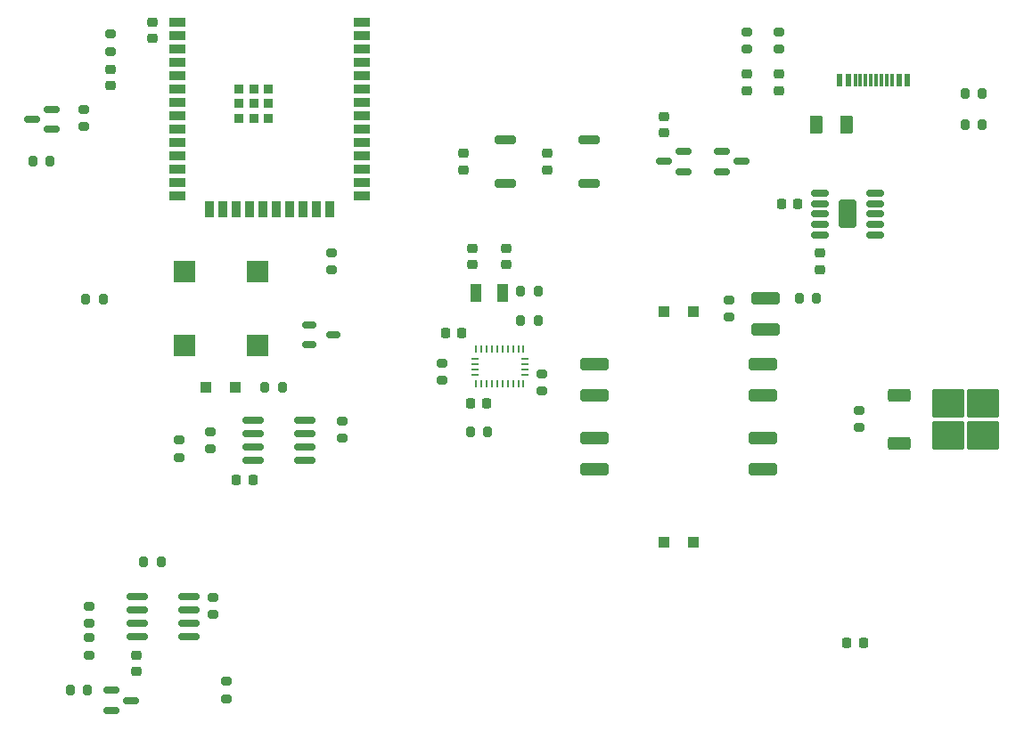
<source format=gbr>
%TF.GenerationSoftware,KiCad,Pcbnew,8.0.7*%
%TF.CreationDate,2025-06-05T13:27:20+09:00*%
%TF.ProjectId,ACT_Base_board_v2,4143545f-4261-4736-955f-626f6172645f,rev?*%
%TF.SameCoordinates,PX2faf080PY2faf080*%
%TF.FileFunction,Paste,Top*%
%TF.FilePolarity,Positive*%
%FSLAX46Y46*%
G04 Gerber Fmt 4.6, Leading zero omitted, Abs format (unit mm)*
G04 Created by KiCad (PCBNEW 8.0.7) date 2025-06-05 13:27:20*
%MOMM*%
%LPD*%
G01*
G04 APERTURE LIST*
G04 Aperture macros list*
%AMRoundRect*
0 Rectangle with rounded corners*
0 $1 Rounding radius*
0 $2 $3 $4 $5 $6 $7 $8 $9 X,Y pos of 4 corners*
0 Add a 4 corners polygon primitive as box body*
4,1,4,$2,$3,$4,$5,$6,$7,$8,$9,$2,$3,0*
0 Add four circle primitives for the rounded corners*
1,1,$1+$1,$2,$3*
1,1,$1+$1,$4,$5*
1,1,$1+$1,$6,$7*
1,1,$1+$1,$8,$9*
0 Add four rect primitives between the rounded corners*
20,1,$1+$1,$2,$3,$4,$5,0*
20,1,$1+$1,$4,$5,$6,$7,0*
20,1,$1+$1,$6,$7,$8,$9,0*
20,1,$1+$1,$8,$9,$2,$3,0*%
G04 Aperture macros list end*
%ADD10RoundRect,0.200000X0.275000X-0.200000X0.275000X0.200000X-0.275000X0.200000X-0.275000X-0.200000X0*%
%ADD11RoundRect,0.200000X0.200000X0.275000X-0.200000X0.275000X-0.200000X-0.275000X0.200000X-0.275000X0*%
%ADD12RoundRect,0.225000X0.225000X0.250000X-0.225000X0.250000X-0.225000X-0.250000X0.225000X-0.250000X0*%
%ADD13RoundRect,0.250000X-0.850000X-0.350000X0.850000X-0.350000X0.850000X0.350000X-0.850000X0.350000X0*%
%ADD14RoundRect,0.250000X-1.275000X-1.125000X1.275000X-1.125000X1.275000X1.125000X-1.275000X1.125000X0*%
%ADD15RoundRect,0.225000X-0.225000X-0.250000X0.225000X-0.250000X0.225000X0.250000X-0.225000X0.250000X0*%
%ADD16RoundRect,0.250000X0.595000X1.080000X-0.595000X1.080000X-0.595000X-1.080000X0.595000X-1.080000X0*%
%ADD17RoundRect,0.150000X0.687500X0.150000X-0.687500X0.150000X-0.687500X-0.150000X0.687500X-0.150000X0*%
%ADD18RoundRect,0.200000X-0.275000X0.200000X-0.275000X-0.200000X0.275000X-0.200000X0.275000X0.200000X0*%
%ADD19RoundRect,0.225000X-0.250000X0.225000X-0.250000X-0.225000X0.250000X-0.225000X0.250000X0.225000X0*%
%ADD20RoundRect,0.225000X0.250000X-0.225000X0.250000X0.225000X-0.250000X0.225000X-0.250000X-0.225000X0*%
%ADD21RoundRect,0.250000X-0.300000X-0.300000X0.300000X-0.300000X0.300000X0.300000X-0.300000X0.300000X0*%
%ADD22RoundRect,0.150000X0.825000X0.150000X-0.825000X0.150000X-0.825000X-0.150000X0.825000X-0.150000X0*%
%ADD23R,2.000000X2.000000*%
%ADD24RoundRect,0.250000X1.100000X-0.325000X1.100000X0.325000X-1.100000X0.325000X-1.100000X-0.325000X0*%
%ADD25RoundRect,0.250000X0.300000X0.300000X-0.300000X0.300000X-0.300000X-0.300000X0.300000X-0.300000X0*%
%ADD26RoundRect,0.150000X-0.587500X-0.150000X0.587500X-0.150000X0.587500X0.150000X-0.587500X0.150000X0*%
%ADD27RoundRect,0.150000X-0.512500X-0.150000X0.512500X-0.150000X0.512500X0.150000X-0.512500X0.150000X0*%
%ADD28R,1.500000X0.900000*%
%ADD29R,0.900000X1.500000*%
%ADD30R,0.900000X0.900000*%
%ADD31RoundRect,0.150000X0.587500X0.150000X-0.587500X0.150000X-0.587500X-0.150000X0.587500X-0.150000X0*%
%ADD32RoundRect,0.218750X-0.256250X0.218750X-0.256250X-0.218750X0.256250X-0.218750X0.256250X0.218750X0*%
%ADD33RoundRect,0.200000X-0.200000X-0.275000X0.200000X-0.275000X0.200000X0.275000X-0.200000X0.275000X0*%
%ADD34R,1.000000X1.800000*%
%ADD35RoundRect,0.250000X-1.100000X0.325000X-1.100000X-0.325000X1.100000X-0.325000X1.100000X0.325000X0*%
%ADD36R,0.600000X1.240000*%
%ADD37R,0.300000X1.240000*%
%ADD38RoundRect,0.200000X-0.800000X0.200000X-0.800000X-0.200000X0.800000X-0.200000X0.800000X0.200000X0*%
%ADD39RoundRect,0.250000X-0.375000X-0.625000X0.375000X-0.625000X0.375000X0.625000X-0.375000X0.625000X0*%
%ADD40R,0.254000X0.675000*%
%ADD41R,0.675000X0.254000*%
G04 APERTURE END LIST*
D10*
%TO.C,R7*%
X33000000Y-25825000D03*
X33000000Y-24175000D03*
%TD*%
D11*
%TO.C,R25*%
X52625000Y-27800000D03*
X50975000Y-27800000D03*
%TD*%
D10*
%TO.C,R18*%
X9437500Y-12200000D03*
X9437500Y-10550000D03*
%TD*%
D12*
%TO.C,C7*%
X77275000Y-19500000D03*
X75725000Y-19500000D03*
%TD*%
D13*
%TO.C,Q1*%
X86960000Y-37720000D03*
D14*
X91585000Y-38475000D03*
X91585000Y-41525000D03*
X94935000Y-38475000D03*
X94935000Y-41525000D03*
D13*
X86960000Y-42280000D03*
%TD*%
D11*
%TO.C,R24*%
X52625000Y-30600000D03*
X50975000Y-30600000D03*
%TD*%
%TO.C,R19*%
X6262500Y-15500000D03*
X4612500Y-15500000D03*
%TD*%
D15*
%TO.C,C9*%
X46225000Y-38500000D03*
X47775000Y-38500000D03*
%TD*%
D12*
%TO.C,C10*%
X45375000Y-31800000D03*
X43825000Y-31800000D03*
%TD*%
D16*
%TO.C,U3*%
X82000000Y-20500000D03*
D17*
X84637500Y-22500000D03*
X84637500Y-21500000D03*
X84637500Y-20500000D03*
X84637500Y-19500000D03*
X84637500Y-18500000D03*
X79362500Y-18500000D03*
X79362500Y-19500000D03*
X79362500Y-20500000D03*
X79362500Y-21500000D03*
X79362500Y-22500000D03*
%TD*%
D18*
%TO.C,R17*%
X23000000Y-64925000D03*
X23000000Y-66575000D03*
%TD*%
D19*
%TO.C,C8*%
X64600000Y-11225000D03*
X64600000Y-12775000D03*
%TD*%
D20*
%TO.C,C4*%
X45500000Y-16275000D03*
X45500000Y-14725000D03*
%TD*%
D15*
%TO.C,C15*%
X23975000Y-45750000D03*
X25525000Y-45750000D03*
%TD*%
D19*
%TO.C,C5*%
X53500000Y-14725000D03*
X53500000Y-16275000D03*
%TD*%
D21*
%TO.C,D1*%
X21100000Y-37000000D03*
X23900000Y-37000000D03*
%TD*%
D22*
%TO.C,U7*%
X19475000Y-60655000D03*
X19475000Y-59385000D03*
X19475000Y-58115000D03*
X19475000Y-56845000D03*
X14525000Y-56845000D03*
X14525000Y-58115000D03*
X14525000Y-59385000D03*
X14525000Y-60655000D03*
%TD*%
D18*
%TO.C,R12*%
X21750000Y-56925000D03*
X21750000Y-58575000D03*
%TD*%
D23*
%TO.C,LS1*%
X19000000Y-33000000D03*
X26000000Y-33000000D03*
X26000000Y-26000000D03*
X19000000Y-26000000D03*
%TD*%
D18*
%TO.C,R15*%
X10000000Y-60775000D03*
X10000000Y-62425000D03*
%TD*%
D24*
%TO.C,C18*%
X74250000Y-31475000D03*
X74250000Y-28525000D03*
%TD*%
D20*
%TO.C,C2*%
X12000000Y-8275000D03*
X12000000Y-6725000D03*
%TD*%
D10*
%TO.C,R9*%
X53000000Y-37325000D03*
X53000000Y-35675000D03*
%TD*%
D25*
%TO.C,D5*%
X67400000Y-29750000D03*
X64600000Y-29750000D03*
%TD*%
D22*
%TO.C,U6*%
X30475000Y-43905000D03*
X30475000Y-42635000D03*
X30475000Y-41365000D03*
X30475000Y-40095000D03*
X25525000Y-40095000D03*
X25525000Y-41365000D03*
X25525000Y-42635000D03*
X25525000Y-43905000D03*
%TD*%
D20*
%TO.C,C6*%
X49600000Y-25275000D03*
X49600000Y-23725000D03*
%TD*%
D26*
%TO.C,Q7*%
X12062500Y-65800000D03*
X12062500Y-67700000D03*
X13937500Y-66750000D03*
%TD*%
D27*
%TO.C,Q4*%
X30862500Y-31050000D03*
X30862500Y-32950000D03*
X33137500Y-32000000D03*
%TD*%
D28*
%TO.C,U1*%
X18350000Y-2280000D03*
X18350000Y-3550000D03*
X18350000Y-4820000D03*
X18350000Y-6090000D03*
X18350000Y-7360000D03*
X18350000Y-8630000D03*
X18350000Y-9900000D03*
X18350000Y-11170000D03*
X18350000Y-12440000D03*
X18350000Y-13710000D03*
X18350000Y-14980000D03*
X18350000Y-16250000D03*
X18350000Y-17520000D03*
X18350000Y-18790000D03*
D29*
X21380000Y-20040000D03*
X22650000Y-20040000D03*
X23920000Y-20040000D03*
X25190000Y-20040000D03*
X26460000Y-20040000D03*
X27730000Y-20040000D03*
X29000000Y-20040000D03*
X30270000Y-20040000D03*
X31540000Y-20040000D03*
X32810000Y-20040000D03*
D28*
X35850000Y-18790000D03*
X35850000Y-17520000D03*
X35850000Y-16250000D03*
X35850000Y-14980000D03*
X35850000Y-13710000D03*
X35850000Y-12440000D03*
X35850000Y-11170000D03*
X35850000Y-9900000D03*
X35850000Y-8630000D03*
X35850000Y-7360000D03*
X35850000Y-6090000D03*
X35850000Y-4820000D03*
X35850000Y-3550000D03*
X35850000Y-2280000D03*
D30*
X24200000Y-8600000D03*
X24200000Y-8600000D03*
X24200000Y-10000000D03*
X24200000Y-11400000D03*
X24200000Y-11400000D03*
X25600000Y-8600000D03*
X25600000Y-10000000D03*
X25600000Y-11400000D03*
X25600000Y-11400000D03*
X27000000Y-8600000D03*
X27000000Y-10000000D03*
X27000000Y-11400000D03*
%TD*%
D10*
%TO.C,R14*%
X10000000Y-59425000D03*
X10000000Y-57775000D03*
%TD*%
D18*
%TO.C,R22*%
X18500000Y-42000000D03*
X18500000Y-43650000D03*
%TD*%
D31*
%TO.C,Q5*%
X6437500Y-12450000D03*
X6437500Y-10550000D03*
X4562500Y-11500000D03*
%TD*%
D18*
%TO.C,R11*%
X70750000Y-28675000D03*
X70750000Y-30325000D03*
%TD*%
D32*
%TO.C,D3*%
X75500000Y-7212500D03*
X75500000Y-8787500D03*
%TD*%
%TO.C,D2*%
X72500000Y-7212500D03*
X72500000Y-8787500D03*
%TD*%
D15*
%TO.C,C19*%
X81975000Y-61250000D03*
X83525000Y-61250000D03*
%TD*%
D33*
%TO.C,R8*%
X46175000Y-41200000D03*
X47825000Y-41200000D03*
%TD*%
D10*
%TO.C,R5*%
X12000000Y-5050000D03*
X12000000Y-3400000D03*
%TD*%
D11*
%TO.C,R2*%
X94825000Y-12000000D03*
X93175000Y-12000000D03*
%TD*%
%TO.C,R16*%
X9825000Y-65800000D03*
X8175000Y-65800000D03*
%TD*%
D10*
%TO.C,R26*%
X75500000Y-4825000D03*
X75500000Y-3175000D03*
%TD*%
D11*
%TO.C,R13*%
X16825000Y-53600000D03*
X15175000Y-53600000D03*
%TD*%
D34*
%TO.C,Y1*%
X46750000Y-28000000D03*
X49250000Y-28000000D03*
%TD*%
D19*
%TO.C,C3*%
X79400000Y-24225000D03*
X79400000Y-25775000D03*
%TD*%
D20*
%TO.C,C11*%
X16000000Y-3775000D03*
X16000000Y-2225000D03*
%TD*%
D35*
%TO.C,C17*%
X74000000Y-34775000D03*
X74000000Y-37725000D03*
%TD*%
D26*
%TO.C,Q3*%
X70062500Y-14550000D03*
X70062500Y-16450000D03*
X71937500Y-15500000D03*
%TD*%
D10*
%TO.C,R23*%
X21500000Y-42825000D03*
X21500000Y-41175000D03*
%TD*%
D11*
%TO.C,R20*%
X28325000Y-37000000D03*
X26675000Y-37000000D03*
%TD*%
D36*
%TO.C,J3*%
X87700000Y-7725000D03*
X86900000Y-7725000D03*
D37*
X85750000Y-7725000D03*
X84750000Y-7725000D03*
X84250000Y-7725000D03*
X83250000Y-7725000D03*
D36*
X82100000Y-7725000D03*
X81300000Y-7725000D03*
X81300000Y-7725000D03*
X82100000Y-7725000D03*
D37*
X82750000Y-7725000D03*
X83750000Y-7725000D03*
X85250000Y-7725000D03*
X86250000Y-7725000D03*
D36*
X86900000Y-7725000D03*
X87700000Y-7725000D03*
%TD*%
D24*
%TO.C,C16*%
X74000000Y-44725000D03*
X74000000Y-41775000D03*
%TD*%
D18*
%TO.C,R4*%
X83160000Y-39175000D03*
X83160000Y-40825000D03*
%TD*%
D19*
%TO.C,C12*%
X46400000Y-23725000D03*
X46400000Y-25275000D03*
%TD*%
D11*
%TO.C,R27*%
X11325000Y-28600000D03*
X9675000Y-28600000D03*
%TD*%
D18*
%TO.C,R21*%
X34000000Y-40175000D03*
X34000000Y-41825000D03*
%TD*%
D31*
%TO.C,Q2*%
X66475000Y-16450000D03*
X66475000Y-14550000D03*
X64600000Y-15500000D03*
%TD*%
D11*
%TO.C,R1*%
X94825000Y-9000000D03*
X93175000Y-9000000D03*
%TD*%
D20*
%TO.C,C14*%
X14500000Y-64025000D03*
X14500000Y-62475000D03*
%TD*%
D10*
%TO.C,R6*%
X72500000Y-4825000D03*
X72500000Y-3175000D03*
%TD*%
D35*
%TO.C,C13*%
X58000000Y-34775000D03*
X58000000Y-37725000D03*
%TD*%
D18*
%TO.C,R3*%
X43500000Y-34675000D03*
X43500000Y-36325000D03*
%TD*%
D24*
%TO.C,C1*%
X58000000Y-44725000D03*
X58000000Y-41775000D03*
%TD*%
D38*
%TO.C,SW2*%
X57500000Y-13400000D03*
X57500000Y-17600000D03*
%TD*%
D39*
%TO.C,F1*%
X79100000Y-12000000D03*
X81900000Y-12000000D03*
%TD*%
D25*
%TO.C,D4*%
X67400000Y-51695000D03*
X64600000Y-51695000D03*
%TD*%
D40*
%TO.C,U2*%
X46750000Y-33337500D03*
D41*
X46612500Y-34250000D03*
X46612500Y-34750000D03*
X46612500Y-35250000D03*
X46612500Y-35750000D03*
D40*
X46750000Y-36662500D03*
X47250000Y-36662500D03*
X47750000Y-36662500D03*
X48250000Y-36662500D03*
X48750000Y-36662500D03*
X49250000Y-36662500D03*
X49750000Y-36662500D03*
X50250000Y-36662500D03*
X50750000Y-36662500D03*
X51250000Y-36662500D03*
D41*
X51387500Y-35750000D03*
X51387500Y-35250000D03*
X51387500Y-34750000D03*
X51387500Y-34250000D03*
D40*
X51250000Y-33337500D03*
X50750000Y-33337500D03*
X50250000Y-33337500D03*
X49750000Y-33337500D03*
X49250000Y-33337500D03*
X48750000Y-33337500D03*
X48250000Y-33337500D03*
X47750000Y-33337500D03*
X47250000Y-33337500D03*
%TD*%
D11*
%TO.C,R10*%
X79075000Y-28500000D03*
X77425000Y-28500000D03*
%TD*%
D38*
%TO.C,SW1*%
X49500000Y-13400000D03*
X49500000Y-17600000D03*
%TD*%
M02*

</source>
